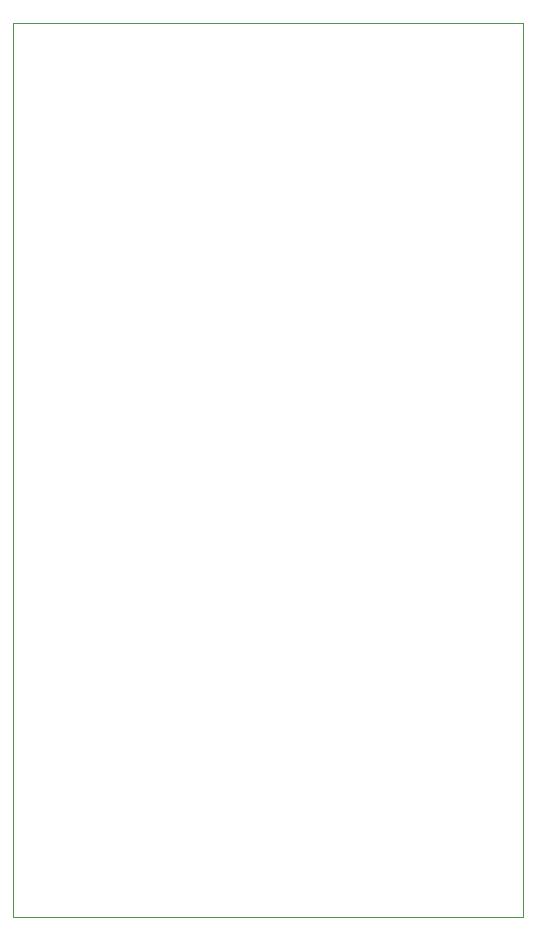
<source format=gbr>
%TF.GenerationSoftware,KiCad,Pcbnew,6.0.7-f9a2dced07~116~ubuntu20.04.1*%
%TF.CreationDate,2022-07-30T18:15:20+02:00*%
%TF.ProjectId,fatrug,66617472-7567-42e6-9b69-6361645f7063,rev?*%
%TF.SameCoordinates,Original*%
%TF.FileFunction,Profile,NP*%
%FSLAX46Y46*%
G04 Gerber Fmt 4.6, Leading zero omitted, Abs format (unit mm)*
G04 Created by KiCad (PCBNEW 6.0.7-f9a2dced07~116~ubuntu20.04.1) date 2022-07-30 18:15:20*
%MOMM*%
%LPD*%
G01*
G04 APERTURE LIST*
%TA.AperFunction,Profile*%
%ADD10C,0.100000*%
%TD*%
G04 APERTURE END LIST*
D10*
X58420000Y-108725000D02*
X58420000Y-33020000D01*
X101600000Y-108725000D02*
X58420000Y-108725000D01*
X101600000Y-33020000D02*
X101600000Y-108725000D01*
X58420000Y-33020000D02*
X101600000Y-33020000D01*
M02*

</source>
